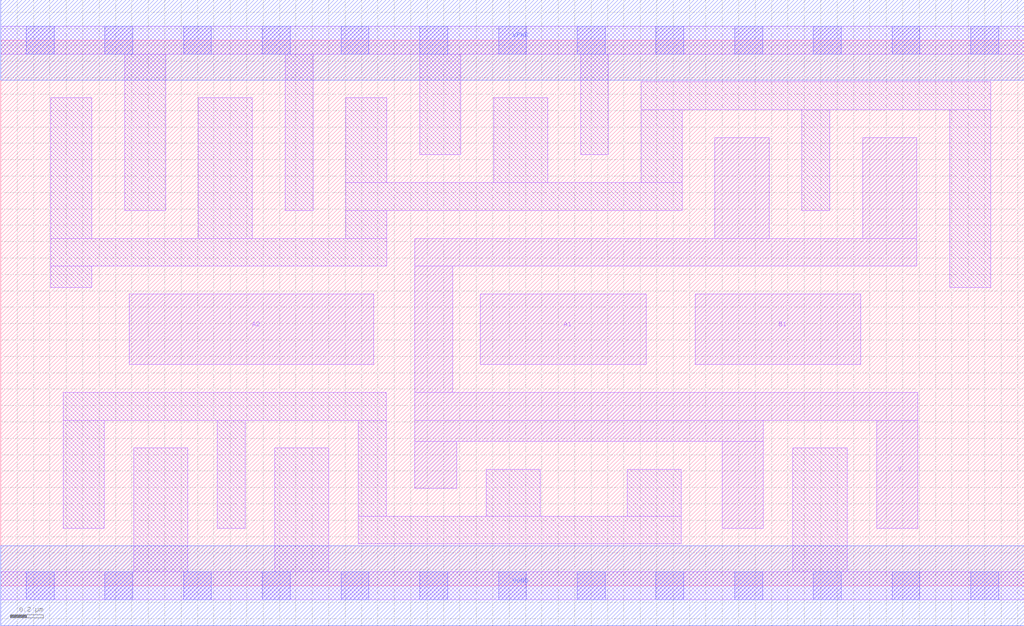
<source format=lef>
# Copyright 2020 The SkyWater PDK Authors
#
# Licensed under the Apache License, Version 2.0 (the "License");
# you may not use this file except in compliance with the License.
# You may obtain a copy of the License at
#
#     https://www.apache.org/licenses/LICENSE-2.0
#
# Unless required by applicable law or agreed to in writing, software
# distributed under the License is distributed on an "AS IS" BASIS,
# WITHOUT WARRANTIES OR CONDITIONS OF ANY KIND, either express or implied.
# See the License for the specific language governing permissions and
# limitations under the License.
#
# SPDX-License-Identifier: Apache-2.0

VERSION 5.5 ;
NAMESCASESENSITIVE ON ;
BUSBITCHARS "[]" ;
DIVIDERCHAR "/" ;
MACRO sky130_fd_sc_ls__a21oi_4
  CLASS CORE ;
  SOURCE USER ;
  ORIGIN  0.000000  0.000000 ;
  SIZE  6.240000 BY  3.330000 ;
  SYMMETRY X Y ;
  SITE unit ;
  PIN A1
    ANTENNAGATEAREA  1.116000 ;
    DIRECTION INPUT ;
    USE SIGNAL ;
    PORT
      LAYER li1 ;
        RECT 2.925000 1.350000 3.935000 1.780000 ;
    END
  END A1
  PIN A2
    ANTENNAGATEAREA  1.116000 ;
    DIRECTION INPUT ;
    USE SIGNAL ;
    PORT
      LAYER li1 ;
        RECT 0.785000 1.350000 2.275000 1.780000 ;
    END
  END A2
  PIN B1
    ANTENNAGATEAREA  0.894000 ;
    DIRECTION INPUT ;
    USE SIGNAL ;
    PORT
      LAYER li1 ;
        RECT 4.235000 1.350000 5.245000 1.780000 ;
    END
  END B1
  PIN Y
    ANTENNADIFFAREA  1.478600 ;
    DIRECTION OUTPUT ;
    USE SIGNAL ;
    PORT
      LAYER li1 ;
        RECT 2.525000 0.595000 2.780000 0.880000 ;
        RECT 2.525000 0.880000 4.650000 1.010000 ;
        RECT 2.525000 1.010000 5.590000 1.180000 ;
        RECT 2.525000 1.180000 2.755000 1.950000 ;
        RECT 2.525000 1.950000 5.585000 2.120000 ;
        RECT 4.355000 2.120000 4.685000 2.735000 ;
        RECT 4.400000 0.350000 4.650000 0.880000 ;
        RECT 5.255000 2.120000 5.585000 2.735000 ;
        RECT 5.340000 0.350000 5.590000 1.010000 ;
    END
  END Y
  PIN VGND
    DIRECTION INOUT ;
    SHAPE ABUTMENT ;
    USE GROUND ;
    PORT
      LAYER met1 ;
        RECT 0.000000 -0.245000 6.240000 0.245000 ;
    END
  END VGND
  PIN VPWR
    DIRECTION INOUT ;
    SHAPE ABUTMENT ;
    USE POWER ;
    PORT
      LAYER met1 ;
        RECT 0.000000 3.085000 6.240000 3.575000 ;
    END
  END VPWR
  OBS
    LAYER li1 ;
      RECT 0.000000 -0.085000 6.240000 0.085000 ;
      RECT 0.000000  3.245000 6.240000 3.415000 ;
      RECT 0.305000  1.820000 0.555000 1.950000 ;
      RECT 0.305000  1.950000 2.355000 2.120000 ;
      RECT 0.305000  2.120000 0.555000 2.980000 ;
      RECT 0.380000  0.350000 0.630000 1.010000 ;
      RECT 0.380000  1.010000 2.350000 1.180000 ;
      RECT 0.755000  2.290000 1.005000 3.245000 ;
      RECT 0.810000  0.085000 1.140000 0.840000 ;
      RECT 1.205000  2.120000 1.535000 2.980000 ;
      RECT 1.320000  0.350000 1.490000 1.010000 ;
      RECT 1.670000  0.085000 2.000000 0.840000 ;
      RECT 1.735000  2.290000 1.905000 3.245000 ;
      RECT 2.105000  2.120000 2.355000 2.290000 ;
      RECT 2.105000  2.290000 4.155000 2.460000 ;
      RECT 2.105000  2.460000 2.355000 2.980000 ;
      RECT 2.180000  0.255000 4.150000 0.425000 ;
      RECT 2.180000  0.425000 2.350000 1.010000 ;
      RECT 2.555000  2.630000 2.805000 3.245000 ;
      RECT 2.960000  0.425000 3.290000 0.710000 ;
      RECT 3.005000  2.460000 3.335000 2.980000 ;
      RECT 3.535000  2.630000 3.705000 3.245000 ;
      RECT 3.820000  0.425000 4.150000 0.710000 ;
      RECT 3.905000  2.460000 4.155000 2.905000 ;
      RECT 3.905000  2.905000 6.035000 3.075000 ;
      RECT 4.830000  0.085000 5.160000 0.840000 ;
      RECT 4.885000  2.290000 5.055000 2.905000 ;
      RECT 5.785000  1.820000 6.035000 2.905000 ;
    LAYER mcon ;
      RECT 0.155000 -0.085000 0.325000 0.085000 ;
      RECT 0.155000  3.245000 0.325000 3.415000 ;
      RECT 0.635000 -0.085000 0.805000 0.085000 ;
      RECT 0.635000  3.245000 0.805000 3.415000 ;
      RECT 1.115000 -0.085000 1.285000 0.085000 ;
      RECT 1.115000  3.245000 1.285000 3.415000 ;
      RECT 1.595000 -0.085000 1.765000 0.085000 ;
      RECT 1.595000  3.245000 1.765000 3.415000 ;
      RECT 2.075000 -0.085000 2.245000 0.085000 ;
      RECT 2.075000  3.245000 2.245000 3.415000 ;
      RECT 2.555000 -0.085000 2.725000 0.085000 ;
      RECT 2.555000  3.245000 2.725000 3.415000 ;
      RECT 3.035000 -0.085000 3.205000 0.085000 ;
      RECT 3.035000  3.245000 3.205000 3.415000 ;
      RECT 3.515000 -0.085000 3.685000 0.085000 ;
      RECT 3.515000  3.245000 3.685000 3.415000 ;
      RECT 3.995000 -0.085000 4.165000 0.085000 ;
      RECT 3.995000  3.245000 4.165000 3.415000 ;
      RECT 4.475000 -0.085000 4.645000 0.085000 ;
      RECT 4.475000  3.245000 4.645000 3.415000 ;
      RECT 4.955000 -0.085000 5.125000 0.085000 ;
      RECT 4.955000  3.245000 5.125000 3.415000 ;
      RECT 5.435000 -0.085000 5.605000 0.085000 ;
      RECT 5.435000  3.245000 5.605000 3.415000 ;
      RECT 5.915000 -0.085000 6.085000 0.085000 ;
      RECT 5.915000  3.245000 6.085000 3.415000 ;
  END
END sky130_fd_sc_ls__a21oi_4

</source>
